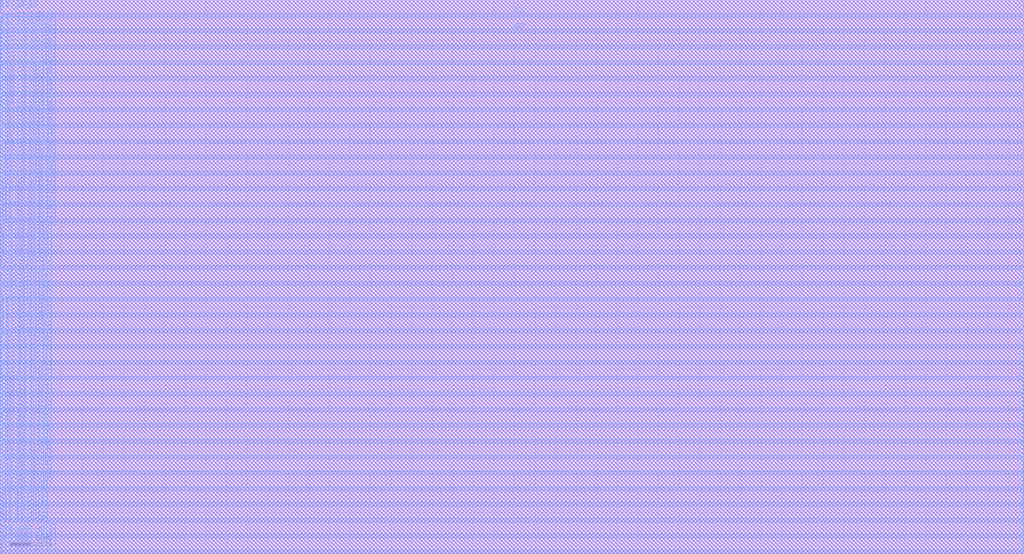
<source format=lef>
# Generated by FakeRAM 2.0
VERSION 5.7 ;
BUSBITCHARS "[]" ;
PROPERTYDEFINITIONS
  MACRO width INTEGER ;
  MACRO depth INTEGER ;
  MACRO banks INTEGER ;
END PROPERTYDEFINITIONS
MACRO liteeth_1rw1r_64w64d_sram
  PROPERTY width 64 ;
  PROPERTY depth 64 ;
  PROPERTY banks 1 ;
  FOREIGN liteeth_1rw1r_64w64d_sram 0 0 ;
  SYMMETRY X Y R90 ;
  SIZE 24.884 BY 13.479 ;
  CLASS BLOCK ;
  PIN r0_addr_in[0]
    DIRECTION INPUT ;
    USE SIGNAL ;
    SHAPE ABUTMENT ;
    PORT
      LAYER M4 ;
      RECT 24.860 0.048 24.884 0.072 ;
    END
  END r0_addr_in[0]
  PIN r0_addr_in[1]
    DIRECTION INPUT ;
    USE SIGNAL ;
    SHAPE ABUTMENT ;
    PORT
      LAYER M4 ;
      RECT 24.860 0.144 24.884 0.168 ;
    END
  END r0_addr_in[1]
  PIN r0_addr_in[2]
    DIRECTION INPUT ;
    USE SIGNAL ;
    SHAPE ABUTMENT ;
    PORT
      LAYER M4 ;
      RECT 24.860 0.240 24.884 0.264 ;
    END
  END r0_addr_in[2]
  PIN r0_addr_in[3]
    DIRECTION INPUT ;
    USE SIGNAL ;
    SHAPE ABUTMENT ;
    PORT
      LAYER M4 ;
      RECT 24.860 0.336 24.884 0.360 ;
    END
  END r0_addr_in[3]
  PIN r0_addr_in[4]
    DIRECTION INPUT ;
    USE SIGNAL ;
    SHAPE ABUTMENT ;
    PORT
      LAYER M4 ;
      RECT 24.860 0.432 24.884 0.456 ;
    END
  END r0_addr_in[4]
  PIN r0_addr_in[5]
    DIRECTION INPUT ;
    USE SIGNAL ;
    SHAPE ABUTMENT ;
    PORT
      LAYER M4 ;
      RECT 24.860 0.528 24.884 0.552 ;
    END
  END r0_addr_in[5]
  PIN r0_rd_out[0]
    DIRECTION OUTPUT ;
    USE SIGNAL ;
    SHAPE ABUTMENT ;
    PORT
      LAYER M4 ;
      RECT 24.860 0.720 24.884 0.744 ;
    END
  END r0_rd_out[0]
  PIN r0_rd_out[1]
    DIRECTION OUTPUT ;
    USE SIGNAL ;
    SHAPE ABUTMENT ;
    PORT
      LAYER M4 ;
      RECT 24.860 0.816 24.884 0.840 ;
    END
  END r0_rd_out[1]
  PIN r0_rd_out[2]
    DIRECTION OUTPUT ;
    USE SIGNAL ;
    SHAPE ABUTMENT ;
    PORT
      LAYER M4 ;
      RECT 24.860 0.912 24.884 0.936 ;
    END
  END r0_rd_out[2]
  PIN r0_rd_out[3]
    DIRECTION OUTPUT ;
    USE SIGNAL ;
    SHAPE ABUTMENT ;
    PORT
      LAYER M4 ;
      RECT 24.860 1.008 24.884 1.032 ;
    END
  END r0_rd_out[3]
  PIN r0_rd_out[4]
    DIRECTION OUTPUT ;
    USE SIGNAL ;
    SHAPE ABUTMENT ;
    PORT
      LAYER M4 ;
      RECT 24.860 1.104 24.884 1.128 ;
    END
  END r0_rd_out[4]
  PIN r0_rd_out[5]
    DIRECTION OUTPUT ;
    USE SIGNAL ;
    SHAPE ABUTMENT ;
    PORT
      LAYER M4 ;
      RECT 24.860 1.200 24.884 1.224 ;
    END
  END r0_rd_out[5]
  PIN r0_rd_out[6]
    DIRECTION OUTPUT ;
    USE SIGNAL ;
    SHAPE ABUTMENT ;
    PORT
      LAYER M4 ;
      RECT 24.860 1.296 24.884 1.320 ;
    END
  END r0_rd_out[6]
  PIN r0_rd_out[7]
    DIRECTION OUTPUT ;
    USE SIGNAL ;
    SHAPE ABUTMENT ;
    PORT
      LAYER M4 ;
      RECT 24.860 1.392 24.884 1.416 ;
    END
  END r0_rd_out[7]
  PIN r0_rd_out[8]
    DIRECTION OUTPUT ;
    USE SIGNAL ;
    SHAPE ABUTMENT ;
    PORT
      LAYER M4 ;
      RECT 24.860 1.488 24.884 1.512 ;
    END
  END r0_rd_out[8]
  PIN r0_rd_out[9]
    DIRECTION OUTPUT ;
    USE SIGNAL ;
    SHAPE ABUTMENT ;
    PORT
      LAYER M4 ;
      RECT 24.860 1.584 24.884 1.608 ;
    END
  END r0_rd_out[9]
  PIN r0_rd_out[10]
    DIRECTION OUTPUT ;
    USE SIGNAL ;
    SHAPE ABUTMENT ;
    PORT
      LAYER M4 ;
      RECT 24.860 1.680 24.884 1.704 ;
    END
  END r0_rd_out[10]
  PIN r0_rd_out[11]
    DIRECTION OUTPUT ;
    USE SIGNAL ;
    SHAPE ABUTMENT ;
    PORT
      LAYER M4 ;
      RECT 24.860 1.776 24.884 1.800 ;
    END
  END r0_rd_out[11]
  PIN r0_rd_out[12]
    DIRECTION OUTPUT ;
    USE SIGNAL ;
    SHAPE ABUTMENT ;
    PORT
      LAYER M4 ;
      RECT 24.860 1.872 24.884 1.896 ;
    END
  END r0_rd_out[12]
  PIN r0_rd_out[13]
    DIRECTION OUTPUT ;
    USE SIGNAL ;
    SHAPE ABUTMENT ;
    PORT
      LAYER M4 ;
      RECT 24.860 1.968 24.884 1.992 ;
    END
  END r0_rd_out[13]
  PIN r0_rd_out[14]
    DIRECTION OUTPUT ;
    USE SIGNAL ;
    SHAPE ABUTMENT ;
    PORT
      LAYER M4 ;
      RECT 24.860 2.064 24.884 2.088 ;
    END
  END r0_rd_out[14]
  PIN r0_rd_out[15]
    DIRECTION OUTPUT ;
    USE SIGNAL ;
    SHAPE ABUTMENT ;
    PORT
      LAYER M4 ;
      RECT 24.860 2.160 24.884 2.184 ;
    END
  END r0_rd_out[15]
  PIN r0_rd_out[16]
    DIRECTION OUTPUT ;
    USE SIGNAL ;
    SHAPE ABUTMENT ;
    PORT
      LAYER M4 ;
      RECT 24.860 2.256 24.884 2.280 ;
    END
  END r0_rd_out[16]
  PIN r0_rd_out[17]
    DIRECTION OUTPUT ;
    USE SIGNAL ;
    SHAPE ABUTMENT ;
    PORT
      LAYER M4 ;
      RECT 24.860 2.352 24.884 2.376 ;
    END
  END r0_rd_out[17]
  PIN r0_rd_out[18]
    DIRECTION OUTPUT ;
    USE SIGNAL ;
    SHAPE ABUTMENT ;
    PORT
      LAYER M4 ;
      RECT 24.860 2.448 24.884 2.472 ;
    END
  END r0_rd_out[18]
  PIN r0_rd_out[19]
    DIRECTION OUTPUT ;
    USE SIGNAL ;
    SHAPE ABUTMENT ;
    PORT
      LAYER M4 ;
      RECT 24.860 2.544 24.884 2.568 ;
    END
  END r0_rd_out[19]
  PIN r0_rd_out[20]
    DIRECTION OUTPUT ;
    USE SIGNAL ;
    SHAPE ABUTMENT ;
    PORT
      LAYER M4 ;
      RECT 24.860 2.640 24.884 2.664 ;
    END
  END r0_rd_out[20]
  PIN r0_rd_out[21]
    DIRECTION OUTPUT ;
    USE SIGNAL ;
    SHAPE ABUTMENT ;
    PORT
      LAYER M4 ;
      RECT 24.860 2.736 24.884 2.760 ;
    END
  END r0_rd_out[21]
  PIN r0_rd_out[22]
    DIRECTION OUTPUT ;
    USE SIGNAL ;
    SHAPE ABUTMENT ;
    PORT
      LAYER M4 ;
      RECT 24.860 2.832 24.884 2.856 ;
    END
  END r0_rd_out[22]
  PIN r0_rd_out[23]
    DIRECTION OUTPUT ;
    USE SIGNAL ;
    SHAPE ABUTMENT ;
    PORT
      LAYER M4 ;
      RECT 24.860 2.928 24.884 2.952 ;
    END
  END r0_rd_out[23]
  PIN r0_rd_out[24]
    DIRECTION OUTPUT ;
    USE SIGNAL ;
    SHAPE ABUTMENT ;
    PORT
      LAYER M4 ;
      RECT 24.860 3.024 24.884 3.048 ;
    END
  END r0_rd_out[24]
  PIN r0_rd_out[25]
    DIRECTION OUTPUT ;
    USE SIGNAL ;
    SHAPE ABUTMENT ;
    PORT
      LAYER M4 ;
      RECT 24.860 3.120 24.884 3.144 ;
    END
  END r0_rd_out[25]
  PIN r0_rd_out[26]
    DIRECTION OUTPUT ;
    USE SIGNAL ;
    SHAPE ABUTMENT ;
    PORT
      LAYER M4 ;
      RECT 24.860 3.216 24.884 3.240 ;
    END
  END r0_rd_out[26]
  PIN r0_rd_out[27]
    DIRECTION OUTPUT ;
    USE SIGNAL ;
    SHAPE ABUTMENT ;
    PORT
      LAYER M4 ;
      RECT 24.860 3.312 24.884 3.336 ;
    END
  END r0_rd_out[27]
  PIN r0_rd_out[28]
    DIRECTION OUTPUT ;
    USE SIGNAL ;
    SHAPE ABUTMENT ;
    PORT
      LAYER M4 ;
      RECT 24.860 3.408 24.884 3.432 ;
    END
  END r0_rd_out[28]
  PIN r0_rd_out[29]
    DIRECTION OUTPUT ;
    USE SIGNAL ;
    SHAPE ABUTMENT ;
    PORT
      LAYER M4 ;
      RECT 24.860 3.504 24.884 3.528 ;
    END
  END r0_rd_out[29]
  PIN r0_rd_out[30]
    DIRECTION OUTPUT ;
    USE SIGNAL ;
    SHAPE ABUTMENT ;
    PORT
      LAYER M4 ;
      RECT 24.860 3.600 24.884 3.624 ;
    END
  END r0_rd_out[30]
  PIN r0_rd_out[31]
    DIRECTION OUTPUT ;
    USE SIGNAL ;
    SHAPE ABUTMENT ;
    PORT
      LAYER M4 ;
      RECT 24.860 3.696 24.884 3.720 ;
    END
  END r0_rd_out[31]
  PIN r0_rd_out[32]
    DIRECTION OUTPUT ;
    USE SIGNAL ;
    SHAPE ABUTMENT ;
    PORT
      LAYER M4 ;
      RECT 24.860 3.792 24.884 3.816 ;
    END
  END r0_rd_out[32]
  PIN r0_rd_out[33]
    DIRECTION OUTPUT ;
    USE SIGNAL ;
    SHAPE ABUTMENT ;
    PORT
      LAYER M4 ;
      RECT 24.860 3.888 24.884 3.912 ;
    END
  END r0_rd_out[33]
  PIN r0_rd_out[34]
    DIRECTION OUTPUT ;
    USE SIGNAL ;
    SHAPE ABUTMENT ;
    PORT
      LAYER M4 ;
      RECT 24.860 3.984 24.884 4.008 ;
    END
  END r0_rd_out[34]
  PIN r0_rd_out[35]
    DIRECTION OUTPUT ;
    USE SIGNAL ;
    SHAPE ABUTMENT ;
    PORT
      LAYER M4 ;
      RECT 24.860 4.080 24.884 4.104 ;
    END
  END r0_rd_out[35]
  PIN r0_rd_out[36]
    DIRECTION OUTPUT ;
    USE SIGNAL ;
    SHAPE ABUTMENT ;
    PORT
      LAYER M4 ;
      RECT 24.860 4.176 24.884 4.200 ;
    END
  END r0_rd_out[36]
  PIN r0_rd_out[37]
    DIRECTION OUTPUT ;
    USE SIGNAL ;
    SHAPE ABUTMENT ;
    PORT
      LAYER M4 ;
      RECT 24.860 4.272 24.884 4.296 ;
    END
  END r0_rd_out[37]
  PIN r0_rd_out[38]
    DIRECTION OUTPUT ;
    USE SIGNAL ;
    SHAPE ABUTMENT ;
    PORT
      LAYER M4 ;
      RECT 24.860 4.368 24.884 4.392 ;
    END
  END r0_rd_out[38]
  PIN r0_rd_out[39]
    DIRECTION OUTPUT ;
    USE SIGNAL ;
    SHAPE ABUTMENT ;
    PORT
      LAYER M4 ;
      RECT 24.860 4.464 24.884 4.488 ;
    END
  END r0_rd_out[39]
  PIN r0_rd_out[40]
    DIRECTION OUTPUT ;
    USE SIGNAL ;
    SHAPE ABUTMENT ;
    PORT
      LAYER M4 ;
      RECT 24.860 4.560 24.884 4.584 ;
    END
  END r0_rd_out[40]
  PIN r0_rd_out[41]
    DIRECTION OUTPUT ;
    USE SIGNAL ;
    SHAPE ABUTMENT ;
    PORT
      LAYER M4 ;
      RECT 24.860 4.656 24.884 4.680 ;
    END
  END r0_rd_out[41]
  PIN r0_rd_out[42]
    DIRECTION OUTPUT ;
    USE SIGNAL ;
    SHAPE ABUTMENT ;
    PORT
      LAYER M4 ;
      RECT 24.860 4.752 24.884 4.776 ;
    END
  END r0_rd_out[42]
  PIN r0_rd_out[43]
    DIRECTION OUTPUT ;
    USE SIGNAL ;
    SHAPE ABUTMENT ;
    PORT
      LAYER M4 ;
      RECT 24.860 4.848 24.884 4.872 ;
    END
  END r0_rd_out[43]
  PIN r0_rd_out[44]
    DIRECTION OUTPUT ;
    USE SIGNAL ;
    SHAPE ABUTMENT ;
    PORT
      LAYER M4 ;
      RECT 24.860 4.944 24.884 4.968 ;
    END
  END r0_rd_out[44]
  PIN r0_rd_out[45]
    DIRECTION OUTPUT ;
    USE SIGNAL ;
    SHAPE ABUTMENT ;
    PORT
      LAYER M4 ;
      RECT 24.860 5.040 24.884 5.064 ;
    END
  END r0_rd_out[45]
  PIN r0_rd_out[46]
    DIRECTION OUTPUT ;
    USE SIGNAL ;
    SHAPE ABUTMENT ;
    PORT
      LAYER M4 ;
      RECT 24.860 5.136 24.884 5.160 ;
    END
  END r0_rd_out[46]
  PIN r0_rd_out[47]
    DIRECTION OUTPUT ;
    USE SIGNAL ;
    SHAPE ABUTMENT ;
    PORT
      LAYER M4 ;
      RECT 24.860 5.232 24.884 5.256 ;
    END
  END r0_rd_out[47]
  PIN r0_rd_out[48]
    DIRECTION OUTPUT ;
    USE SIGNAL ;
    SHAPE ABUTMENT ;
    PORT
      LAYER M4 ;
      RECT 24.860 5.328 24.884 5.352 ;
    END
  END r0_rd_out[48]
  PIN r0_rd_out[49]
    DIRECTION OUTPUT ;
    USE SIGNAL ;
    SHAPE ABUTMENT ;
    PORT
      LAYER M4 ;
      RECT 24.860 5.424 24.884 5.448 ;
    END
  END r0_rd_out[49]
  PIN r0_rd_out[50]
    DIRECTION OUTPUT ;
    USE SIGNAL ;
    SHAPE ABUTMENT ;
    PORT
      LAYER M4 ;
      RECT 24.860 5.520 24.884 5.544 ;
    END
  END r0_rd_out[50]
  PIN r0_rd_out[51]
    DIRECTION OUTPUT ;
    USE SIGNAL ;
    SHAPE ABUTMENT ;
    PORT
      LAYER M4 ;
      RECT 24.860 5.616 24.884 5.640 ;
    END
  END r0_rd_out[51]
  PIN r0_rd_out[52]
    DIRECTION OUTPUT ;
    USE SIGNAL ;
    SHAPE ABUTMENT ;
    PORT
      LAYER M4 ;
      RECT 24.860 5.712 24.884 5.736 ;
    END
  END r0_rd_out[52]
  PIN r0_rd_out[53]
    DIRECTION OUTPUT ;
    USE SIGNAL ;
    SHAPE ABUTMENT ;
    PORT
      LAYER M4 ;
      RECT 24.860 5.808 24.884 5.832 ;
    END
  END r0_rd_out[53]
  PIN r0_rd_out[54]
    DIRECTION OUTPUT ;
    USE SIGNAL ;
    SHAPE ABUTMENT ;
    PORT
      LAYER M4 ;
      RECT 24.860 5.904 24.884 5.928 ;
    END
  END r0_rd_out[54]
  PIN r0_rd_out[55]
    DIRECTION OUTPUT ;
    USE SIGNAL ;
    SHAPE ABUTMENT ;
    PORT
      LAYER M4 ;
      RECT 24.860 6.000 24.884 6.024 ;
    END
  END r0_rd_out[55]
  PIN r0_rd_out[56]
    DIRECTION OUTPUT ;
    USE SIGNAL ;
    SHAPE ABUTMENT ;
    PORT
      LAYER M4 ;
      RECT 24.860 6.096 24.884 6.120 ;
    END
  END r0_rd_out[56]
  PIN r0_rd_out[57]
    DIRECTION OUTPUT ;
    USE SIGNAL ;
    SHAPE ABUTMENT ;
    PORT
      LAYER M4 ;
      RECT 24.860 6.192 24.884 6.216 ;
    END
  END r0_rd_out[57]
  PIN r0_rd_out[58]
    DIRECTION OUTPUT ;
    USE SIGNAL ;
    SHAPE ABUTMENT ;
    PORT
      LAYER M4 ;
      RECT 24.860 6.288 24.884 6.312 ;
    END
  END r0_rd_out[58]
  PIN r0_rd_out[59]
    DIRECTION OUTPUT ;
    USE SIGNAL ;
    SHAPE ABUTMENT ;
    PORT
      LAYER M4 ;
      RECT 24.860 6.384 24.884 6.408 ;
    END
  END r0_rd_out[59]
  PIN r0_rd_out[60]
    DIRECTION OUTPUT ;
    USE SIGNAL ;
    SHAPE ABUTMENT ;
    PORT
      LAYER M4 ;
      RECT 24.860 6.480 24.884 6.504 ;
    END
  END r0_rd_out[60]
  PIN r0_rd_out[61]
    DIRECTION OUTPUT ;
    USE SIGNAL ;
    SHAPE ABUTMENT ;
    PORT
      LAYER M4 ;
      RECT 24.860 6.576 24.884 6.600 ;
    END
  END r0_rd_out[61]
  PIN r0_rd_out[62]
    DIRECTION OUTPUT ;
    USE SIGNAL ;
    SHAPE ABUTMENT ;
    PORT
      LAYER M4 ;
      RECT 24.860 6.672 24.884 6.696 ;
    END
  END r0_rd_out[62]
  PIN r0_rd_out[63]
    DIRECTION OUTPUT ;
    USE SIGNAL ;
    SHAPE ABUTMENT ;
    PORT
      LAYER M4 ;
      RECT 24.860 6.768 24.884 6.792 ;
    END
  END r0_rd_out[63]
  PIN r0_ce_in
    DIRECTION INPUT ;
    USE SIGNAL ;
    SHAPE ABUTMENT ;
    PORT
      LAYER M4 ;
      RECT 24.860 6.960 24.884 6.984 ;
    END
  END r0_ce_in
  PIN r0_clk
    DIRECTION INPUT ;
    USE SIGNAL ;
    SHAPE ABUTMENT ;
    PORT
      LAYER M4 ;
      RECT 24.860 7.056 24.884 7.080 ;
    END
  END r0_clk
  PIN rw0_addr_in[0]
    DIRECTION INPUT ;
    USE SIGNAL ;
    SHAPE ABUTMENT ;
    PORT
      LAYER M4 ;
      RECT 0.000 0.048 0.024 0.072 ;
    END
  END rw0_addr_in[0]
  PIN rw0_addr_in[1]
    DIRECTION INPUT ;
    USE SIGNAL ;
    SHAPE ABUTMENT ;
    PORT
      LAYER M4 ;
      RECT 0.000 0.144 0.024 0.168 ;
    END
  END rw0_addr_in[1]
  PIN rw0_addr_in[2]
    DIRECTION INPUT ;
    USE SIGNAL ;
    SHAPE ABUTMENT ;
    PORT
      LAYER M4 ;
      RECT 0.000 0.240 0.024 0.264 ;
    END
  END rw0_addr_in[2]
  PIN rw0_addr_in[3]
    DIRECTION INPUT ;
    USE SIGNAL ;
    SHAPE ABUTMENT ;
    PORT
      LAYER M4 ;
      RECT 0.000 0.336 0.024 0.360 ;
    END
  END rw0_addr_in[3]
  PIN rw0_addr_in[4]
    DIRECTION INPUT ;
    USE SIGNAL ;
    SHAPE ABUTMENT ;
    PORT
      LAYER M4 ;
      RECT 0.000 0.432 0.024 0.456 ;
    END
  END rw0_addr_in[4]
  PIN rw0_addr_in[5]
    DIRECTION INPUT ;
    USE SIGNAL ;
    SHAPE ABUTMENT ;
    PORT
      LAYER M4 ;
      RECT 0.000 0.528 0.024 0.552 ;
    END
  END rw0_addr_in[5]
  PIN rw0_wd_in[0]
    DIRECTION INPUT ;
    USE SIGNAL ;
    SHAPE ABUTMENT ;
    PORT
      LAYER M4 ;
      RECT 0.000 0.720 0.024 0.744 ;
    END
  END rw0_wd_in[0]
  PIN rw0_wd_in[1]
    DIRECTION INPUT ;
    USE SIGNAL ;
    SHAPE ABUTMENT ;
    PORT
      LAYER M4 ;
      RECT 0.000 0.816 0.024 0.840 ;
    END
  END rw0_wd_in[1]
  PIN rw0_wd_in[2]
    DIRECTION INPUT ;
    USE SIGNAL ;
    SHAPE ABUTMENT ;
    PORT
      LAYER M4 ;
      RECT 0.000 0.912 0.024 0.936 ;
    END
  END rw0_wd_in[2]
  PIN rw0_wd_in[3]
    DIRECTION INPUT ;
    USE SIGNAL ;
    SHAPE ABUTMENT ;
    PORT
      LAYER M4 ;
      RECT 0.000 1.008 0.024 1.032 ;
    END
  END rw0_wd_in[3]
  PIN rw0_wd_in[4]
    DIRECTION INPUT ;
    USE SIGNAL ;
    SHAPE ABUTMENT ;
    PORT
      LAYER M4 ;
      RECT 0.000 1.104 0.024 1.128 ;
    END
  END rw0_wd_in[4]
  PIN rw0_wd_in[5]
    DIRECTION INPUT ;
    USE SIGNAL ;
    SHAPE ABUTMENT ;
    PORT
      LAYER M4 ;
      RECT 0.000 1.200 0.024 1.224 ;
    END
  END rw0_wd_in[5]
  PIN rw0_wd_in[6]
    DIRECTION INPUT ;
    USE SIGNAL ;
    SHAPE ABUTMENT ;
    PORT
      LAYER M4 ;
      RECT 0.000 1.296 0.024 1.320 ;
    END
  END rw0_wd_in[6]
  PIN rw0_wd_in[7]
    DIRECTION INPUT ;
    USE SIGNAL ;
    SHAPE ABUTMENT ;
    PORT
      LAYER M4 ;
      RECT 0.000 1.392 0.024 1.416 ;
    END
  END rw0_wd_in[7]
  PIN rw0_wd_in[8]
    DIRECTION INPUT ;
    USE SIGNAL ;
    SHAPE ABUTMENT ;
    PORT
      LAYER M4 ;
      RECT 0.000 1.488 0.024 1.512 ;
    END
  END rw0_wd_in[8]
  PIN rw0_wd_in[9]
    DIRECTION INPUT ;
    USE SIGNAL ;
    SHAPE ABUTMENT ;
    PORT
      LAYER M4 ;
      RECT 0.000 1.584 0.024 1.608 ;
    END
  END rw0_wd_in[9]
  PIN rw0_wd_in[10]
    DIRECTION INPUT ;
    USE SIGNAL ;
    SHAPE ABUTMENT ;
    PORT
      LAYER M4 ;
      RECT 0.000 1.680 0.024 1.704 ;
    END
  END rw0_wd_in[10]
  PIN rw0_wd_in[11]
    DIRECTION INPUT ;
    USE SIGNAL ;
    SHAPE ABUTMENT ;
    PORT
      LAYER M4 ;
      RECT 0.000 1.776 0.024 1.800 ;
    END
  END rw0_wd_in[11]
  PIN rw0_wd_in[12]
    DIRECTION INPUT ;
    USE SIGNAL ;
    SHAPE ABUTMENT ;
    PORT
      LAYER M4 ;
      RECT 0.000 1.872 0.024 1.896 ;
    END
  END rw0_wd_in[12]
  PIN rw0_wd_in[13]
    DIRECTION INPUT ;
    USE SIGNAL ;
    SHAPE ABUTMENT ;
    PORT
      LAYER M4 ;
      RECT 0.000 1.968 0.024 1.992 ;
    END
  END rw0_wd_in[13]
  PIN rw0_wd_in[14]
    DIRECTION INPUT ;
    USE SIGNAL ;
    SHAPE ABUTMENT ;
    PORT
      LAYER M4 ;
      RECT 0.000 2.064 0.024 2.088 ;
    END
  END rw0_wd_in[14]
  PIN rw0_wd_in[15]
    DIRECTION INPUT ;
    USE SIGNAL ;
    SHAPE ABUTMENT ;
    PORT
      LAYER M4 ;
      RECT 0.000 2.160 0.024 2.184 ;
    END
  END rw0_wd_in[15]
  PIN rw0_wd_in[16]
    DIRECTION INPUT ;
    USE SIGNAL ;
    SHAPE ABUTMENT ;
    PORT
      LAYER M4 ;
      RECT 0.000 2.256 0.024 2.280 ;
    END
  END rw0_wd_in[16]
  PIN rw0_wd_in[17]
    DIRECTION INPUT ;
    USE SIGNAL ;
    SHAPE ABUTMENT ;
    PORT
      LAYER M4 ;
      RECT 0.000 2.352 0.024 2.376 ;
    END
  END rw0_wd_in[17]
  PIN rw0_wd_in[18]
    DIRECTION INPUT ;
    USE SIGNAL ;
    SHAPE ABUTMENT ;
    PORT
      LAYER M4 ;
      RECT 0.000 2.448 0.024 2.472 ;
    END
  END rw0_wd_in[18]
  PIN rw0_wd_in[19]
    DIRECTION INPUT ;
    USE SIGNAL ;
    SHAPE ABUTMENT ;
    PORT
      LAYER M4 ;
      RECT 0.000 2.544 0.024 2.568 ;
    END
  END rw0_wd_in[19]
  PIN rw0_wd_in[20]
    DIRECTION INPUT ;
    USE SIGNAL ;
    SHAPE ABUTMENT ;
    PORT
      LAYER M4 ;
      RECT 0.000 2.640 0.024 2.664 ;
    END
  END rw0_wd_in[20]
  PIN rw0_wd_in[21]
    DIRECTION INPUT ;
    USE SIGNAL ;
    SHAPE ABUTMENT ;
    PORT
      LAYER M4 ;
      RECT 0.000 2.736 0.024 2.760 ;
    END
  END rw0_wd_in[21]
  PIN rw0_wd_in[22]
    DIRECTION INPUT ;
    USE SIGNAL ;
    SHAPE ABUTMENT ;
    PORT
      LAYER M4 ;
      RECT 0.000 2.832 0.024 2.856 ;
    END
  END rw0_wd_in[22]
  PIN rw0_wd_in[23]
    DIRECTION INPUT ;
    USE SIGNAL ;
    SHAPE ABUTMENT ;
    PORT
      LAYER M4 ;
      RECT 0.000 2.928 0.024 2.952 ;
    END
  END rw0_wd_in[23]
  PIN rw0_wd_in[24]
    DIRECTION INPUT ;
    USE SIGNAL ;
    SHAPE ABUTMENT ;
    PORT
      LAYER M4 ;
      RECT 0.000 3.024 0.024 3.048 ;
    END
  END rw0_wd_in[24]
  PIN rw0_wd_in[25]
    DIRECTION INPUT ;
    USE SIGNAL ;
    SHAPE ABUTMENT ;
    PORT
      LAYER M4 ;
      RECT 0.000 3.120 0.024 3.144 ;
    END
  END rw0_wd_in[25]
  PIN rw0_wd_in[26]
    DIRECTION INPUT ;
    USE SIGNAL ;
    SHAPE ABUTMENT ;
    PORT
      LAYER M4 ;
      RECT 0.000 3.216 0.024 3.240 ;
    END
  END rw0_wd_in[26]
  PIN rw0_wd_in[27]
    DIRECTION INPUT ;
    USE SIGNAL ;
    SHAPE ABUTMENT ;
    PORT
      LAYER M4 ;
      RECT 0.000 3.312 0.024 3.336 ;
    END
  END rw0_wd_in[27]
  PIN rw0_wd_in[28]
    DIRECTION INPUT ;
    USE SIGNAL ;
    SHAPE ABUTMENT ;
    PORT
      LAYER M4 ;
      RECT 0.000 3.408 0.024 3.432 ;
    END
  END rw0_wd_in[28]
  PIN rw0_wd_in[29]
    DIRECTION INPUT ;
    USE SIGNAL ;
    SHAPE ABUTMENT ;
    PORT
      LAYER M4 ;
      RECT 0.000 3.504 0.024 3.528 ;
    END
  END rw0_wd_in[29]
  PIN rw0_wd_in[30]
    DIRECTION INPUT ;
    USE SIGNAL ;
    SHAPE ABUTMENT ;
    PORT
      LAYER M4 ;
      RECT 0.000 3.600 0.024 3.624 ;
    END
  END rw0_wd_in[30]
  PIN rw0_wd_in[31]
    DIRECTION INPUT ;
    USE SIGNAL ;
    SHAPE ABUTMENT ;
    PORT
      LAYER M4 ;
      RECT 0.000 3.696 0.024 3.720 ;
    END
  END rw0_wd_in[31]
  PIN rw0_wd_in[32]
    DIRECTION INPUT ;
    USE SIGNAL ;
    SHAPE ABUTMENT ;
    PORT
      LAYER M4 ;
      RECT 0.000 3.792 0.024 3.816 ;
    END
  END rw0_wd_in[32]
  PIN rw0_wd_in[33]
    DIRECTION INPUT ;
    USE SIGNAL ;
    SHAPE ABUTMENT ;
    PORT
      LAYER M4 ;
      RECT 0.000 3.888 0.024 3.912 ;
    END
  END rw0_wd_in[33]
  PIN rw0_wd_in[34]
    DIRECTION INPUT ;
    USE SIGNAL ;
    SHAPE ABUTMENT ;
    PORT
      LAYER M4 ;
      RECT 0.000 3.984 0.024 4.008 ;
    END
  END rw0_wd_in[34]
  PIN rw0_wd_in[35]
    DIRECTION INPUT ;
    USE SIGNAL ;
    SHAPE ABUTMENT ;
    PORT
      LAYER M4 ;
      RECT 0.000 4.080 0.024 4.104 ;
    END
  END rw0_wd_in[35]
  PIN rw0_wd_in[36]
    DIRECTION INPUT ;
    USE SIGNAL ;
    SHAPE ABUTMENT ;
    PORT
      LAYER M4 ;
      RECT 0.000 4.176 0.024 4.200 ;
    END
  END rw0_wd_in[36]
  PIN rw0_wd_in[37]
    DIRECTION INPUT ;
    USE SIGNAL ;
    SHAPE ABUTMENT ;
    PORT
      LAYER M4 ;
      RECT 0.000 4.272 0.024 4.296 ;
    END
  END rw0_wd_in[37]
  PIN rw0_wd_in[38]
    DIRECTION INPUT ;
    USE SIGNAL ;
    SHAPE ABUTMENT ;
    PORT
      LAYER M4 ;
      RECT 0.000 4.368 0.024 4.392 ;
    END
  END rw0_wd_in[38]
  PIN rw0_wd_in[39]
    DIRECTION INPUT ;
    USE SIGNAL ;
    SHAPE ABUTMENT ;
    PORT
      LAYER M4 ;
      RECT 0.000 4.464 0.024 4.488 ;
    END
  END rw0_wd_in[39]
  PIN rw0_wd_in[40]
    DIRECTION INPUT ;
    USE SIGNAL ;
    SHAPE ABUTMENT ;
    PORT
      LAYER M4 ;
      RECT 0.000 4.560 0.024 4.584 ;
    END
  END rw0_wd_in[40]
  PIN rw0_wd_in[41]
    DIRECTION INPUT ;
    USE SIGNAL ;
    SHAPE ABUTMENT ;
    PORT
      LAYER M4 ;
      RECT 0.000 4.656 0.024 4.680 ;
    END
  END rw0_wd_in[41]
  PIN rw0_wd_in[42]
    DIRECTION INPUT ;
    USE SIGNAL ;
    SHAPE ABUTMENT ;
    PORT
      LAYER M4 ;
      RECT 0.000 4.752 0.024 4.776 ;
    END
  END rw0_wd_in[42]
  PIN rw0_wd_in[43]
    DIRECTION INPUT ;
    USE SIGNAL ;
    SHAPE ABUTMENT ;
    PORT
      LAYER M4 ;
      RECT 0.000 4.848 0.024 4.872 ;
    END
  END rw0_wd_in[43]
  PIN rw0_wd_in[44]
    DIRECTION INPUT ;
    USE SIGNAL ;
    SHAPE ABUTMENT ;
    PORT
      LAYER M4 ;
      RECT 0.000 4.944 0.024 4.968 ;
    END
  END rw0_wd_in[44]
  PIN rw0_wd_in[45]
    DIRECTION INPUT ;
    USE SIGNAL ;
    SHAPE ABUTMENT ;
    PORT
      LAYER M4 ;
      RECT 0.000 5.040 0.024 5.064 ;
    END
  END rw0_wd_in[45]
  PIN rw0_wd_in[46]
    DIRECTION INPUT ;
    USE SIGNAL ;
    SHAPE ABUTMENT ;
    PORT
      LAYER M4 ;
      RECT 0.000 5.136 0.024 5.160 ;
    END
  END rw0_wd_in[46]
  PIN rw0_wd_in[47]
    DIRECTION INPUT ;
    USE SIGNAL ;
    SHAPE ABUTMENT ;
    PORT
      LAYER M4 ;
      RECT 0.000 5.232 0.024 5.256 ;
    END
  END rw0_wd_in[47]
  PIN rw0_wd_in[48]
    DIRECTION INPUT ;
    USE SIGNAL ;
    SHAPE ABUTMENT ;
    PORT
      LAYER M4 ;
      RECT 0.000 5.328 0.024 5.352 ;
    END
  END rw0_wd_in[48]
  PIN rw0_wd_in[49]
    DIRECTION INPUT ;
    USE SIGNAL ;
    SHAPE ABUTMENT ;
    PORT
      LAYER M4 ;
      RECT 0.000 5.424 0.024 5.448 ;
    END
  END rw0_wd_in[49]
  PIN rw0_wd_in[50]
    DIRECTION INPUT ;
    USE SIGNAL ;
    SHAPE ABUTMENT ;
    PORT
      LAYER M4 ;
      RECT 0.000 5.520 0.024 5.544 ;
    END
  END rw0_wd_in[50]
  PIN rw0_wd_in[51]
    DIRECTION INPUT ;
    USE SIGNAL ;
    SHAPE ABUTMENT ;
    PORT
      LAYER M4 ;
      RECT 0.000 5.616 0.024 5.640 ;
    END
  END rw0_wd_in[51]
  PIN rw0_wd_in[52]
    DIRECTION INPUT ;
    USE SIGNAL ;
    SHAPE ABUTMENT ;
    PORT
      LAYER M4 ;
      RECT 0.000 5.712 0.024 5.736 ;
    END
  END rw0_wd_in[52]
  PIN rw0_wd_in[53]
    DIRECTION INPUT ;
    USE SIGNAL ;
    SHAPE ABUTMENT ;
    PORT
      LAYER M4 ;
      RECT 0.000 5.808 0.024 5.832 ;
    END
  END rw0_wd_in[53]
  PIN rw0_wd_in[54]
    DIRECTION INPUT ;
    USE SIGNAL ;
    SHAPE ABUTMENT ;
    PORT
      LAYER M4 ;
      RECT 0.000 5.904 0.024 5.928 ;
    END
  END rw0_wd_in[54]
  PIN rw0_wd_in[55]
    DIRECTION INPUT ;
    USE SIGNAL ;
    SHAPE ABUTMENT ;
    PORT
      LAYER M4 ;
      RECT 0.000 6.000 0.024 6.024 ;
    END
  END rw0_wd_in[55]
  PIN rw0_wd_in[56]
    DIRECTION INPUT ;
    USE SIGNAL ;
    SHAPE ABUTMENT ;
    PORT
      LAYER M4 ;
      RECT 0.000 6.096 0.024 6.120 ;
    END
  END rw0_wd_in[56]
  PIN rw0_wd_in[57]
    DIRECTION INPUT ;
    USE SIGNAL ;
    SHAPE ABUTMENT ;
    PORT
      LAYER M4 ;
      RECT 0.000 6.192 0.024 6.216 ;
    END
  END rw0_wd_in[57]
  PIN rw0_wd_in[58]
    DIRECTION INPUT ;
    USE SIGNAL ;
    SHAPE ABUTMENT ;
    PORT
      LAYER M4 ;
      RECT 0.000 6.288 0.024 6.312 ;
    END
  END rw0_wd_in[58]
  PIN rw0_wd_in[59]
    DIRECTION INPUT ;
    USE SIGNAL ;
    SHAPE ABUTMENT ;
    PORT
      LAYER M4 ;
      RECT 0.000 6.384 0.024 6.408 ;
    END
  END rw0_wd_in[59]
  PIN rw0_wd_in[60]
    DIRECTION INPUT ;
    USE SIGNAL ;
    SHAPE ABUTMENT ;
    PORT
      LAYER M4 ;
      RECT 0.000 6.480 0.024 6.504 ;
    END
  END rw0_wd_in[60]
  PIN rw0_wd_in[61]
    DIRECTION INPUT ;
    USE SIGNAL ;
    SHAPE ABUTMENT ;
    PORT
      LAYER M4 ;
      RECT 0.000 6.576 0.024 6.600 ;
    END
  END rw0_wd_in[61]
  PIN rw0_wd_in[62]
    DIRECTION INPUT ;
    USE SIGNAL ;
    SHAPE ABUTMENT ;
    PORT
      LAYER M4 ;
      RECT 0.000 6.672 0.024 6.696 ;
    END
  END rw0_wd_in[62]
  PIN rw0_wd_in[63]
    DIRECTION INPUT ;
    USE SIGNAL ;
    SHAPE ABUTMENT ;
    PORT
      LAYER M4 ;
      RECT 0.000 6.768 0.024 6.792 ;
    END
  END rw0_wd_in[63]
  PIN rw0_rd_out[0]
    DIRECTION OUTPUT ;
    USE SIGNAL ;
    SHAPE ABUTMENT ;
    PORT
      LAYER M4 ;
      RECT 0.000 6.960 0.024 6.984 ;
    END
  END rw0_rd_out[0]
  PIN rw0_rd_out[1]
    DIRECTION OUTPUT ;
    USE SIGNAL ;
    SHAPE ABUTMENT ;
    PORT
      LAYER M4 ;
      RECT 0.000 7.056 0.024 7.080 ;
    END
  END rw0_rd_out[1]
  PIN rw0_rd_out[2]
    DIRECTION OUTPUT ;
    USE SIGNAL ;
    SHAPE ABUTMENT ;
    PORT
      LAYER M4 ;
      RECT 0.000 7.152 0.024 7.176 ;
    END
  END rw0_rd_out[2]
  PIN rw0_rd_out[3]
    DIRECTION OUTPUT ;
    USE SIGNAL ;
    SHAPE ABUTMENT ;
    PORT
      LAYER M4 ;
      RECT 0.000 7.248 0.024 7.272 ;
    END
  END rw0_rd_out[3]
  PIN rw0_rd_out[4]
    DIRECTION OUTPUT ;
    USE SIGNAL ;
    SHAPE ABUTMENT ;
    PORT
      LAYER M4 ;
      RECT 0.000 7.344 0.024 7.368 ;
    END
  END rw0_rd_out[4]
  PIN rw0_rd_out[5]
    DIRECTION OUTPUT ;
    USE SIGNAL ;
    SHAPE ABUTMENT ;
    PORT
      LAYER M4 ;
      RECT 0.000 7.440 0.024 7.464 ;
    END
  END rw0_rd_out[5]
  PIN rw0_rd_out[6]
    DIRECTION OUTPUT ;
    USE SIGNAL ;
    SHAPE ABUTMENT ;
    PORT
      LAYER M4 ;
      RECT 0.000 7.536 0.024 7.560 ;
    END
  END rw0_rd_out[6]
  PIN rw0_rd_out[7]
    DIRECTION OUTPUT ;
    USE SIGNAL ;
    SHAPE ABUTMENT ;
    PORT
      LAYER M4 ;
      RECT 0.000 7.632 0.024 7.656 ;
    END
  END rw0_rd_out[7]
  PIN rw0_rd_out[8]
    DIRECTION OUTPUT ;
    USE SIGNAL ;
    SHAPE ABUTMENT ;
    PORT
      LAYER M4 ;
      RECT 0.000 7.728 0.024 7.752 ;
    END
  END rw0_rd_out[8]
  PIN rw0_rd_out[9]
    DIRECTION OUTPUT ;
    USE SIGNAL ;
    SHAPE ABUTMENT ;
    PORT
      LAYER M4 ;
      RECT 0.000 7.824 0.024 7.848 ;
    END
  END rw0_rd_out[9]
  PIN rw0_rd_out[10]
    DIRECTION OUTPUT ;
    USE SIGNAL ;
    SHAPE ABUTMENT ;
    PORT
      LAYER M4 ;
      RECT 0.000 7.920 0.024 7.944 ;
    END
  END rw0_rd_out[10]
  PIN rw0_rd_out[11]
    DIRECTION OUTPUT ;
    USE SIGNAL ;
    SHAPE ABUTMENT ;
    PORT
      LAYER M4 ;
      RECT 0.000 8.016 0.024 8.040 ;
    END
  END rw0_rd_out[11]
  PIN rw0_rd_out[12]
    DIRECTION OUTPUT ;
    USE SIGNAL ;
    SHAPE ABUTMENT ;
    PORT
      LAYER M4 ;
      RECT 0.000 8.112 0.024 8.136 ;
    END
  END rw0_rd_out[12]
  PIN rw0_rd_out[13]
    DIRECTION OUTPUT ;
    USE SIGNAL ;
    SHAPE ABUTMENT ;
    PORT
      LAYER M4 ;
      RECT 0.000 8.208 0.024 8.232 ;
    END
  END rw0_rd_out[13]
  PIN rw0_rd_out[14]
    DIRECTION OUTPUT ;
    USE SIGNAL ;
    SHAPE ABUTMENT ;
    PORT
      LAYER M4 ;
      RECT 0.000 8.304 0.024 8.328 ;
    END
  END rw0_rd_out[14]
  PIN rw0_rd_out[15]
    DIRECTION OUTPUT ;
    USE SIGNAL ;
    SHAPE ABUTMENT ;
    PORT
      LAYER M4 ;
      RECT 0.000 8.400 0.024 8.424 ;
    END
  END rw0_rd_out[15]
  PIN rw0_rd_out[16]
    DIRECTION OUTPUT ;
    USE SIGNAL ;
    SHAPE ABUTMENT ;
    PORT
      LAYER M4 ;
      RECT 0.000 8.496 0.024 8.520 ;
    END
  END rw0_rd_out[16]
  PIN rw0_rd_out[17]
    DIRECTION OUTPUT ;
    USE SIGNAL ;
    SHAPE ABUTMENT ;
    PORT
      LAYER M4 ;
      RECT 0.000 8.592 0.024 8.616 ;
    END
  END rw0_rd_out[17]
  PIN rw0_rd_out[18]
    DIRECTION OUTPUT ;
    USE SIGNAL ;
    SHAPE ABUTMENT ;
    PORT
      LAYER M4 ;
      RECT 0.000 8.688 0.024 8.712 ;
    END
  END rw0_rd_out[18]
  PIN rw0_rd_out[19]
    DIRECTION OUTPUT ;
    USE SIGNAL ;
    SHAPE ABUTMENT ;
    PORT
      LAYER M4 ;
      RECT 0.000 8.784 0.024 8.808 ;
    END
  END rw0_rd_out[19]
  PIN rw0_rd_out[20]
    DIRECTION OUTPUT ;
    USE SIGNAL ;
    SHAPE ABUTMENT ;
    PORT
      LAYER M4 ;
      RECT 0.000 8.880 0.024 8.904 ;
    END
  END rw0_rd_out[20]
  PIN rw0_rd_out[21]
    DIRECTION OUTPUT ;
    USE SIGNAL ;
    SHAPE ABUTMENT ;
    PORT
      LAYER M4 ;
      RECT 0.000 8.976 0.024 9.000 ;
    END
  END rw0_rd_out[21]
  PIN rw0_rd_out[22]
    DIRECTION OUTPUT ;
    USE SIGNAL ;
    SHAPE ABUTMENT ;
    PORT
      LAYER M4 ;
      RECT 0.000 9.072 0.024 9.096 ;
    END
  END rw0_rd_out[22]
  PIN rw0_rd_out[23]
    DIRECTION OUTPUT ;
    USE SIGNAL ;
    SHAPE ABUTMENT ;
    PORT
      LAYER M4 ;
      RECT 0.000 9.168 0.024 9.192 ;
    END
  END rw0_rd_out[23]
  PIN rw0_rd_out[24]
    DIRECTION OUTPUT ;
    USE SIGNAL ;
    SHAPE ABUTMENT ;
    PORT
      LAYER M4 ;
      RECT 0.000 9.264 0.024 9.288 ;
    END
  END rw0_rd_out[24]
  PIN rw0_rd_out[25]
    DIRECTION OUTPUT ;
    USE SIGNAL ;
    SHAPE ABUTMENT ;
    PORT
      LAYER M4 ;
      RECT 0.000 9.360 0.024 9.384 ;
    END
  END rw0_rd_out[25]
  PIN rw0_rd_out[26]
    DIRECTION OUTPUT ;
    USE SIGNAL ;
    SHAPE ABUTMENT ;
    PORT
      LAYER M4 ;
      RECT 0.000 9.456 0.024 9.480 ;
    END
  END rw0_rd_out[26]
  PIN rw0_rd_out[27]
    DIRECTION OUTPUT ;
    USE SIGNAL ;
    SHAPE ABUTMENT ;
    PORT
      LAYER M4 ;
      RECT 0.000 9.552 0.024 9.576 ;
    END
  END rw0_rd_out[27]
  PIN rw0_rd_out[28]
    DIRECTION OUTPUT ;
    USE SIGNAL ;
    SHAPE ABUTMENT ;
    PORT
      LAYER M4 ;
      RECT 0.000 9.648 0.024 9.672 ;
    END
  END rw0_rd_out[28]
  PIN rw0_rd_out[29]
    DIRECTION OUTPUT ;
    USE SIGNAL ;
    SHAPE ABUTMENT ;
    PORT
      LAYER M4 ;
      RECT 0.000 9.744 0.024 9.768 ;
    END
  END rw0_rd_out[29]
  PIN rw0_rd_out[30]
    DIRECTION OUTPUT ;
    USE SIGNAL ;
    SHAPE ABUTMENT ;
    PORT
      LAYER M4 ;
      RECT 0.000 9.840 0.024 9.864 ;
    END
  END rw0_rd_out[30]
  PIN rw0_rd_out[31]
    DIRECTION OUTPUT ;
    USE SIGNAL ;
    SHAPE ABUTMENT ;
    PORT
      LAYER M4 ;
      RECT 0.000 9.936 0.024 9.960 ;
    END
  END rw0_rd_out[31]
  PIN rw0_rd_out[32]
    DIRECTION OUTPUT ;
    USE SIGNAL ;
    SHAPE ABUTMENT ;
    PORT
      LAYER M4 ;
      RECT 0.000 10.032 0.024 10.056 ;
    END
  END rw0_rd_out[32]
  PIN rw0_rd_out[33]
    DIRECTION OUTPUT ;
    USE SIGNAL ;
    SHAPE ABUTMENT ;
    PORT
      LAYER M4 ;
      RECT 0.000 10.128 0.024 10.152 ;
    END
  END rw0_rd_out[33]
  PIN rw0_rd_out[34]
    DIRECTION OUTPUT ;
    USE SIGNAL ;
    SHAPE ABUTMENT ;
    PORT
      LAYER M4 ;
      RECT 0.000 10.224 0.024 10.248 ;
    END
  END rw0_rd_out[34]
  PIN rw0_rd_out[35]
    DIRECTION OUTPUT ;
    USE SIGNAL ;
    SHAPE ABUTMENT ;
    PORT
      LAYER M4 ;
      RECT 0.000 10.320 0.024 10.344 ;
    END
  END rw0_rd_out[35]
  PIN rw0_rd_out[36]
    DIRECTION OUTPUT ;
    USE SIGNAL ;
    SHAPE ABUTMENT ;
    PORT
      LAYER M4 ;
      RECT 0.000 10.416 0.024 10.440 ;
    END
  END rw0_rd_out[36]
  PIN rw0_rd_out[37]
    DIRECTION OUTPUT ;
    USE SIGNAL ;
    SHAPE ABUTMENT ;
    PORT
      LAYER M4 ;
      RECT 0.000 10.512 0.024 10.536 ;
    END
  END rw0_rd_out[37]
  PIN rw0_rd_out[38]
    DIRECTION OUTPUT ;
    USE SIGNAL ;
    SHAPE ABUTMENT ;
    PORT
      LAYER M4 ;
      RECT 0.000 10.608 0.024 10.632 ;
    END
  END rw0_rd_out[38]
  PIN rw0_rd_out[39]
    DIRECTION OUTPUT ;
    USE SIGNAL ;
    SHAPE ABUTMENT ;
    PORT
      LAYER M4 ;
      RECT 0.000 10.704 0.024 10.728 ;
    END
  END rw0_rd_out[39]
  PIN rw0_rd_out[40]
    DIRECTION OUTPUT ;
    USE SIGNAL ;
    SHAPE ABUTMENT ;
    PORT
      LAYER M4 ;
      RECT 0.000 10.800 0.024 10.824 ;
    END
  END rw0_rd_out[40]
  PIN rw0_rd_out[41]
    DIRECTION OUTPUT ;
    USE SIGNAL ;
    SHAPE ABUTMENT ;
    PORT
      LAYER M4 ;
      RECT 0.000 10.896 0.024 10.920 ;
    END
  END rw0_rd_out[41]
  PIN rw0_rd_out[42]
    DIRECTION OUTPUT ;
    USE SIGNAL ;
    SHAPE ABUTMENT ;
    PORT
      LAYER M4 ;
      RECT 0.000 10.992 0.024 11.016 ;
    END
  END rw0_rd_out[42]
  PIN rw0_rd_out[43]
    DIRECTION OUTPUT ;
    USE SIGNAL ;
    SHAPE ABUTMENT ;
    PORT
      LAYER M4 ;
      RECT 0.000 11.088 0.024 11.112 ;
    END
  END rw0_rd_out[43]
  PIN rw0_rd_out[44]
    DIRECTION OUTPUT ;
    USE SIGNAL ;
    SHAPE ABUTMENT ;
    PORT
      LAYER M4 ;
      RECT 0.000 11.184 0.024 11.208 ;
    END
  END rw0_rd_out[44]
  PIN rw0_rd_out[45]
    DIRECTION OUTPUT ;
    USE SIGNAL ;
    SHAPE ABUTMENT ;
    PORT
      LAYER M4 ;
      RECT 0.000 11.280 0.024 11.304 ;
    END
  END rw0_rd_out[45]
  PIN rw0_rd_out[46]
    DIRECTION OUTPUT ;
    USE SIGNAL ;
    SHAPE ABUTMENT ;
    PORT
      LAYER M4 ;
      RECT 0.000 11.376 0.024 11.400 ;
    END
  END rw0_rd_out[46]
  PIN rw0_rd_out[47]
    DIRECTION OUTPUT ;
    USE SIGNAL ;
    SHAPE ABUTMENT ;
    PORT
      LAYER M4 ;
      RECT 0.000 11.472 0.024 11.496 ;
    END
  END rw0_rd_out[47]
  PIN rw0_rd_out[48]
    DIRECTION OUTPUT ;
    USE SIGNAL ;
    SHAPE ABUTMENT ;
    PORT
      LAYER M4 ;
      RECT 0.000 11.568 0.024 11.592 ;
    END
  END rw0_rd_out[48]
  PIN rw0_rd_out[49]
    DIRECTION OUTPUT ;
    USE SIGNAL ;
    SHAPE ABUTMENT ;
    PORT
      LAYER M4 ;
      RECT 0.000 11.664 0.024 11.688 ;
    END
  END rw0_rd_out[49]
  PIN rw0_rd_out[50]
    DIRECTION OUTPUT ;
    USE SIGNAL ;
    SHAPE ABUTMENT ;
    PORT
      LAYER M4 ;
      RECT 0.000 11.760 0.024 11.784 ;
    END
  END rw0_rd_out[50]
  PIN rw0_rd_out[51]
    DIRECTION OUTPUT ;
    USE SIGNAL ;
    SHAPE ABUTMENT ;
    PORT
      LAYER M4 ;
      RECT 0.000 11.856 0.024 11.880 ;
    END
  END rw0_rd_out[51]
  PIN rw0_rd_out[52]
    DIRECTION OUTPUT ;
    USE SIGNAL ;
    SHAPE ABUTMENT ;
    PORT
      LAYER M4 ;
      RECT 0.000 11.952 0.024 11.976 ;
    END
  END rw0_rd_out[52]
  PIN rw0_rd_out[53]
    DIRECTION OUTPUT ;
    USE SIGNAL ;
    SHAPE ABUTMENT ;
    PORT
      LAYER M4 ;
      RECT 0.000 12.048 0.024 12.072 ;
    END
  END rw0_rd_out[53]
  PIN rw0_rd_out[54]
    DIRECTION OUTPUT ;
    USE SIGNAL ;
    SHAPE ABUTMENT ;
    PORT
      LAYER M4 ;
      RECT 0.000 12.144 0.024 12.168 ;
    END
  END rw0_rd_out[54]
  PIN rw0_rd_out[55]
    DIRECTION OUTPUT ;
    USE SIGNAL ;
    SHAPE ABUTMENT ;
    PORT
      LAYER M4 ;
      RECT 0.000 12.240 0.024 12.264 ;
    END
  END rw0_rd_out[55]
  PIN rw0_rd_out[56]
    DIRECTION OUTPUT ;
    USE SIGNAL ;
    SHAPE ABUTMENT ;
    PORT
      LAYER M4 ;
      RECT 0.000 12.336 0.024 12.360 ;
    END
  END rw0_rd_out[56]
  PIN rw0_rd_out[57]
    DIRECTION OUTPUT ;
    USE SIGNAL ;
    SHAPE ABUTMENT ;
    PORT
      LAYER M4 ;
      RECT 0.000 12.432 0.024 12.456 ;
    END
  END rw0_rd_out[57]
  PIN rw0_rd_out[58]
    DIRECTION OUTPUT ;
    USE SIGNAL ;
    SHAPE ABUTMENT ;
    PORT
      LAYER M4 ;
      RECT 0.000 12.528 0.024 12.552 ;
    END
  END rw0_rd_out[58]
  PIN rw0_rd_out[59]
    DIRECTION OUTPUT ;
    USE SIGNAL ;
    SHAPE ABUTMENT ;
    PORT
      LAYER M4 ;
      RECT 0.000 12.624 0.024 12.648 ;
    END
  END rw0_rd_out[59]
  PIN rw0_rd_out[60]
    DIRECTION OUTPUT ;
    USE SIGNAL ;
    SHAPE ABUTMENT ;
    PORT
      LAYER M4 ;
      RECT 0.000 12.720 0.024 12.744 ;
    END
  END rw0_rd_out[60]
  PIN rw0_rd_out[61]
    DIRECTION OUTPUT ;
    USE SIGNAL ;
    SHAPE ABUTMENT ;
    PORT
      LAYER M4 ;
      RECT 0.000 12.816 0.024 12.840 ;
    END
  END rw0_rd_out[61]
  PIN rw0_rd_out[62]
    DIRECTION OUTPUT ;
    USE SIGNAL ;
    SHAPE ABUTMENT ;
    PORT
      LAYER M4 ;
      RECT 0.000 12.912 0.024 12.936 ;
    END
  END rw0_rd_out[62]
  PIN rw0_rd_out[63]
    DIRECTION OUTPUT ;
    USE SIGNAL ;
    SHAPE ABUTMENT ;
    PORT
      LAYER M4 ;
      RECT 0.000 13.008 0.024 13.032 ;
    END
  END rw0_rd_out[63]
  PIN rw0_we_in
    DIRECTION INPUT ;
    USE SIGNAL ;
    SHAPE ABUTMENT ;
    PORT
      LAYER M4 ;
      RECT 0.000 13.200 0.024 13.224 ;
    END
  END rw0_we_in
  PIN rw0_ce_in
    DIRECTION INPUT ;
    USE SIGNAL ;
    SHAPE ABUTMENT ;
    PORT
      LAYER M4 ;
      RECT 0.000 13.296 0.024 13.320 ;
    END
  END rw0_ce_in
  PIN rw0_clk
    DIRECTION INPUT ;
    USE SIGNAL ;
    SHAPE ABUTMENT ;
    PORT
      LAYER M4 ;
      RECT 0.000 13.392 0.024 13.416 ;
    END
  END rw0_clk
  PIN VSS
    DIRECTION INOUT ;
    USE GROUND ;
    PORT
      LAYER M4 ;
      RECT 0.048 0.000 24.836 0.096 ;
      RECT 0.048 0.768 24.836 0.864 ;
      RECT 0.048 1.536 24.836 1.632 ;
      RECT 0.048 2.304 24.836 2.400 ;
      RECT 0.048 3.072 24.836 3.168 ;
      RECT 0.048 3.840 24.836 3.936 ;
      RECT 0.048 4.608 24.836 4.704 ;
      RECT 0.048 5.376 24.836 5.472 ;
      RECT 0.048 6.144 24.836 6.240 ;
      RECT 0.048 6.912 24.836 7.008 ;
      RECT 0.048 7.680 24.836 7.776 ;
      RECT 0.048 8.448 24.836 8.544 ;
      RECT 0.048 9.216 24.836 9.312 ;
      RECT 0.048 9.984 24.836 10.080 ;
      RECT 0.048 10.752 24.836 10.848 ;
      RECT 0.048 11.520 24.836 11.616 ;
      RECT 0.048 12.288 24.836 12.384 ;
      RECT 0.048 13.056 24.836 13.152 ;
    END
  END VSS
  PIN VDD
    DIRECTION INOUT ;
    USE POWER ;
    PORT
      LAYER M4 ;
      RECT 0.048 0.384 24.836 0.480 ;
      RECT 0.048 1.152 24.836 1.248 ;
      RECT 0.048 1.920 24.836 2.016 ;
      RECT 0.048 2.688 24.836 2.784 ;
      RECT 0.048 3.456 24.836 3.552 ;
      RECT 0.048 4.224 24.836 4.320 ;
      RECT 0.048 4.992 24.836 5.088 ;
      RECT 0.048 5.760 24.836 5.856 ;
      RECT 0.048 6.528 24.836 6.624 ;
      RECT 0.048 7.296 24.836 7.392 ;
      RECT 0.048 8.064 24.836 8.160 ;
      RECT 0.048 8.832 24.836 8.928 ;
      RECT 0.048 9.600 24.836 9.696 ;
      RECT 0.048 10.368 24.836 10.464 ;
      RECT 0.048 11.136 24.836 11.232 ;
      RECT 0.048 11.904 24.836 12.000 ;
      RECT 0.048 12.672 24.836 12.768 ;
    END
  END VDD
  OBS
    LAYER M1 ;
    RECT 0 0 24.884 13.479 ;
    LAYER M2 ;
    RECT 0 0 24.884 13.479 ;
    LAYER M3 ;
    RECT 0 0 24.884 13.479 ;
    LAYER M4 ;
    RECT 0 0 24.884 13.479 ;
  END
END liteeth_1rw1r_64w64d_sram

END LIBRARY

</source>
